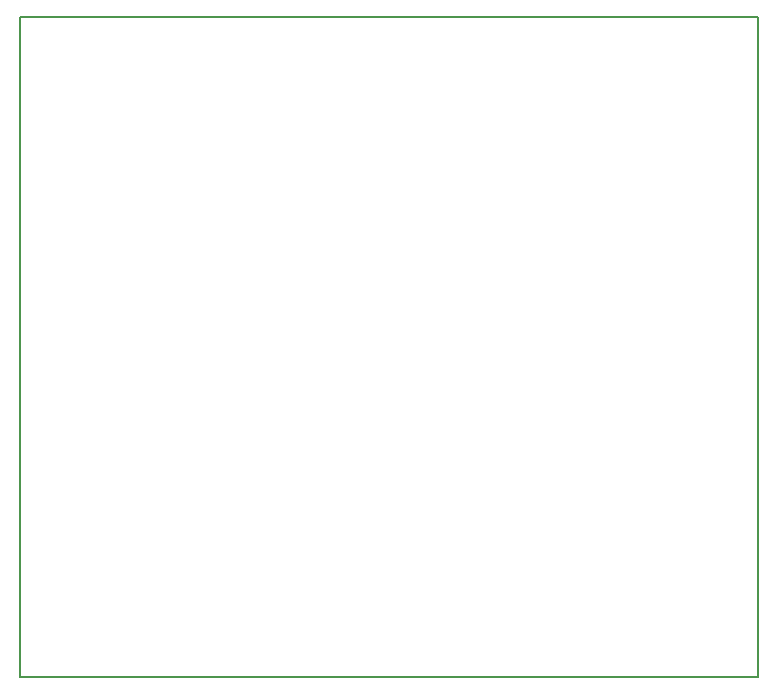
<source format=gbr>
%TF.GenerationSoftware,KiCad,Pcbnew,(6.0.4)*%
%TF.CreationDate,2022-05-17T22:38:11-07:00*%
%TF.ProjectId,ffc_interceptor,6666635f-696e-4746-9572-636570746f72,rev?*%
%TF.SameCoordinates,Original*%
%TF.FileFunction,Profile,NP*%
%FSLAX46Y46*%
G04 Gerber Fmt 4.6, Leading zero omitted, Abs format (unit mm)*
G04 Created by KiCad (PCBNEW (6.0.4)) date 2022-05-17 22:38:11*
%MOMM*%
%LPD*%
G01*
G04 APERTURE LIST*
%TA.AperFunction,Profile*%
%ADD10C,0.200000*%
%TD*%
G04 APERTURE END LIST*
D10*
X127000000Y-127000000D02*
X189484000Y-127000000D01*
X189484000Y-127000000D02*
X189484000Y-71120000D01*
X189484000Y-71120000D02*
X127000000Y-71120000D01*
X127000000Y-71120000D02*
X127000000Y-127000000D01*
M02*

</source>
